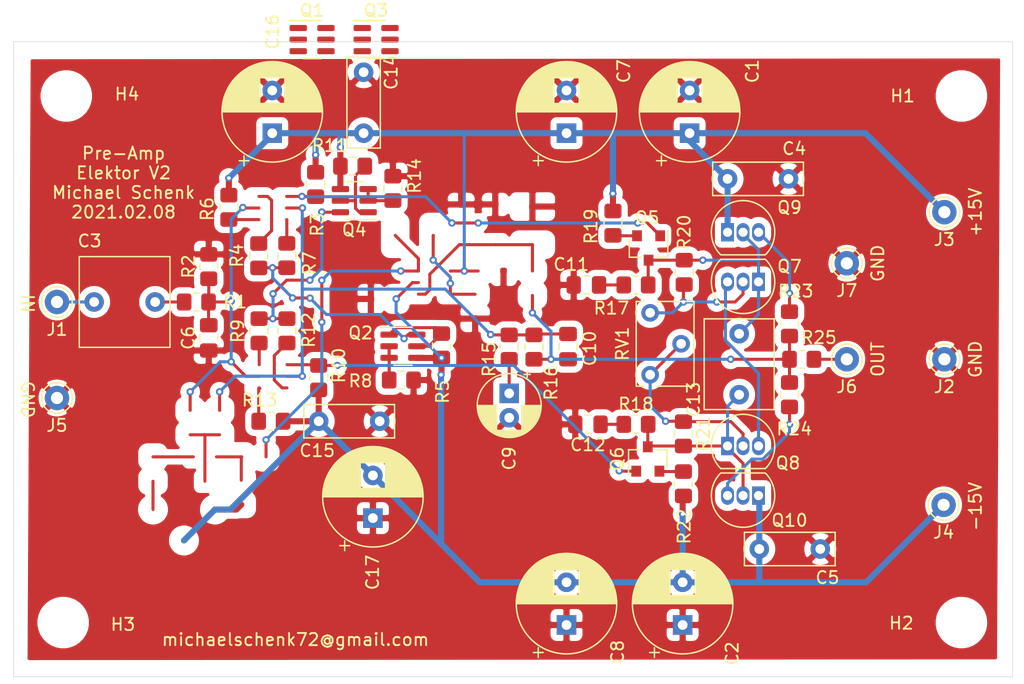
<source format=kicad_pcb>
(kicad_pcb (version 20171130) (host pcbnew 5.1.9-73d0e3b20d~88~ubuntu16.04.1)
  (layers (0 F.Cu signal) (31 B.Cu signal) (34 B.Paste user) (35 F.Paste user) (36 B.SilkS user) (37 F.SilkS user) (38 B.Mask user) (39 F.Mask user) (44 Edge.Cuts user))
  (net 0 "")
  (net 1 GND)
  (net 2 +15V)
  (net 3 -15V)
  (net 4 "Net-(J6-Pad1)")
  (net 5 "Net-(Q7-Pad2)")
  (net 6 "Net-(C12-Pad1)")
  (net 7 "Net-(Q11-Pad1)")
  (net 8 "Net-(Q11-Pad6)")
  (net 9 "Net-(Q11-Pad2)")
  (net 10 "Net-(Q3-Pad6)")
  (net 11 "Net-(Q3-Pad1)")
  (net 12 "Net-(Q3-Pad2)")
  (net 13 "Net-(Q9-Pad2)")
  (net 14 "Net-(Q9-Pad1)")
  (net 15 "Net-(Q1-Pad4)")
  (net 16 "Net-(Q1-Pad3)")
  (net 17 "Net-(Q1-Pad1)")
  (net 18 "Net-(C9-Pad1)")
  (net 19 "Net-(Q1-Pad6)")
  (net 20 "Net-(Q5-Pad2)")
  (net 21 "Net-(C10-Pad2)")
  (net 22 "Net-(C10-Pad1)")
  (net 23 "Net-(C20-Pad2)")
  (net 24 "Net-(Q9-Pad3)")
  (net 25 "Net-(R19-Pad2)")
  (net 26 "Net-(C3-Pad2)")
  (net 27 "Net-(C3-Pad1)")
  (net 28 "Net-(C6-Pad2)")
  (net 29 "Net-(C11-Pad2)")
  (net 30 "Net-(C13-Pad2)")
  (net 31 "Net-(C13-Pad1)")
  (net 32 "Net-(Q1-Pad5)")
  (net 33 "Net-(Q2-Pad6)")
  (net 34 "Net-(Q2-Pad1)")
  (net 35 "Net-(Q3-Pad5)")
  (net 36 "Net-(Q3-Pad4)")
  (net 37 "Net-(Q3-Pad3)")
  (net 38 "Net-(Q4-Pad6)")
  (net 39 "Net-(Q4-Pad1)")
  (net 40 "Net-(Q6-Pad2)")
  (net 41 "Net-(Q7-Pad3)")
  (net 42 "Net-(Q8-Pad2)")
  (net 43 "Net-(Q10-Pad3)")
  (module Package_SO:SC-74-6_1.5x2.9mm_P0.95mm (layer F.Cu) (at 151.647001 95.705001)
    (fp_text reference Q3 (at 0 -2.4) (layer F.SilkS))
    (fp_text value BCM857DS,115)
    (pad 6 smd roundrect (at 1.1375 -0.95) (size 1.425 0.5) (layers F.Cu F.Paste F.Mask) (net 10 "Net-(Q3-Pad6)"))
    (pad 5 smd roundrect (at 1.1375 0) (size 1.425 0.5) (layers F.Cu F.Paste F.Mask) (net 35 "Net-(Q3-Pad5)"))
    (pad 4 smd roundrect (at 1.1375 0.95) (size 1.425 0.5) (layers F.Cu F.Paste F.Mask) (net 36 "Net-(Q3-Pad4)"))
    (pad 3 smd roundrect (at -1.1375 0.95) (size 1.425 0.5) (layers F.Cu F.Paste F.Mask) (net 37 "Net-(Q3-Pad3)"))
    (pad 2 smd roundrect (at -1.1375 0) (size 1.425 0.5) (layers F.Cu F.Paste F.Mask) (net 28 "Net-(C6-Pad2)"))
    (pad 1 smd roundrect (at -1.1375 -0.95) (size 1.425 0.5) (layers F.Cu F.Paste F.Mask) (net 11 "Net-(Q3-Pad1)"))
  )
  (module Package_SO:SC-74-6_1.5x2.9mm_P0.95mm (layer F.Cu) (at 146.397001 95.705001)
    (fp_text reference Q1 (at 0 -2.4) (layer F.SilkS))
    (fp_text value BCM847DS,115)
    (pad 6 smd roundrect (at 1.1375 -0.95) (size 1.425 0.5) (layers F.Cu F.Paste F.Mask) (net 19 "Net-(Q1-Pad6)"))
    (pad 5 smd roundrect (at 1.1375 0) (size 1.425 0.5) (layers F.Cu F.Paste F.Mask) (net 32 "Net-(Q1-Pad5)"))
    (pad 4 smd roundrect (at 1.1375 0.95) (size 1.425 0.5) (layers F.Cu F.Paste F.Mask) (net 15 "Net-(Q1-Pad4)"))
    (pad 3 smd roundrect (at -1.1375 0.95) (size 1.425 0.5) (layers F.Cu F.Paste F.Mask) (net 16 "Net-(Q1-Pad3)"))
    (pad 2 smd roundrect (at -1.1375 0) (size 1.425 0.5) (layers F.Cu F.Paste F.Mask) (net 28 "Net-(C6-Pad2)"))
    (pad 1 smd roundrect (at -1.1375 -0.95) (size 1.425 0.5) (layers F.Cu F.Paste F.Mask) (net 17 "Net-(Q1-Pad1)"))
  )
  (module Resistor_SMD:R_0805_2012Metric_Pad1.20x1.40mm_HandSolder (layer F.Cu) (at 137.922 114.316 90)
    (fp_text reference R2 (at 0 -1.65 90) (layer F.SilkS))
    (fp_text value 10k)
    (pad 2 smd roundrect (at 1 0 90) (size 1.2 1.4) (layers F.Cu F.Paste F.Mask) (roundrect_rratio 0.2083325) (net 1 GND))
    (pad 1 smd roundrect (at -1 0 90) (size 1.2 1.4) (layers F.Cu F.Paste F.Mask) (roundrect_rratio 0.2083325) (net 28 "Net-(C6-Pad2)"))
  )
  (module Resistor_SMD:R_0805_2012Metric_Pad1.20x1.40mm_HandSolder (layer F.Cu) (at 136.906 117.221 180)
    (fp_text reference R1 (at -3.175 0) (layer F.SilkS))
    (fp_text value 470R)
    (pad 2 smd roundrect (at 1 0 180) (size 1.2 1.4) (layers F.Cu F.Paste F.Mask) (roundrect_rratio 0.208333) (net 27 "Net-(C3-Pad1)"))
    (pad 1 smd roundrect (at -1 0 180) (size 1.2 1.4) (layers F.Cu F.Paste F.Mask) (roundrect_rratio 0.208333) (net 28 "Net-(C6-Pad2)"))
  )
  (module Capacitor_SMD:C_0805_2012Metric_Pad1.18x1.45mm_HandSolder (layer F.Cu) (at 137.922 120.1635 90)
    (fp_text reference C6 (at 0 -1.68 90) (layer F.SilkS))
    (fp_text value 33p)
    (pad 2 smd roundrect (at 1.0375 0 90) (size 1.175 1.45) (layers F.Cu F.Paste F.Mask) (roundrect_rratio 0.212766) (net 28 "Net-(C6-Pad2)"))
    (pad 1 smd roundrect (at -1.0375 0 90) (size 1.175 1.45) (layers F.Cu F.Paste F.Mask) (roundrect_rratio 0.212766) (net 1 GND))
  )
  (module Resistor_SMD:R_0805_2012Metric_Pad1.20x1.40mm_HandSolder (layer F.Cu) (at 146.939 123.428 270)
    (fp_text reference R10 (at -1 -1.651 90) (layer F.SilkS))
    (fp_text value 806R)
    (pad 2 smd roundrect (at 1 0 270) (size 1.2 1.4) (layers F.Cu F.Paste F.Mask) (roundrect_rratio 0.2083325) (net 3 -15V))
    (pad 1 smd roundrect (at -1 0 270) (size 1.2 1.4) (layers F.Cu F.Paste F.Mask) (roundrect_rratio 0.2083325) (net 10 "Net-(Q3-Pad6)"))
  )
  (module Resistor_SMD:R_0805_2012Metric_Pad1.20x1.40mm_HandSolder (layer F.Cu) (at 162.56 120.92 270)
    (fp_text reference R15 (at 1 1.651 90) (layer F.SilkS))
    (fp_text value 10k)
    (pad 2 smd roundrect (at 1 0 270) (size 1.2 1.4) (layers F.Cu F.Paste F.Mask) (roundrect_rratio 0.2083325) (net 18 "Net-(C9-Pad1)"))
    (pad 1 smd roundrect (at -1 0 270) (size 1.2 1.4) (layers F.Cu F.Paste F.Mask) (roundrect_rratio 0.2083325) (net 21 "Net-(C10-Pad2)"))
  )
  (module Potentiometer_THT:Potentiometer_Bourns_3266W_Vertical (layer F.Cu) (at 174.117 118.11 90)
    (fp_text reference RV1 (at -2.54 -2.27 90) (layer F.SilkS))
    (fp_text value 10k)
    (pad 3 thru_hole circle (at -5.08 0 90) (size 1.44 1.44) (drill 0.8) (layers *.Cu *.Mask) (net 42 "Net-(Q8-Pad2)"))
    (pad 2 thru_hole circle (at -2.54 2.54 90) (size 1.44 1.44) (drill 0.8) (layers *.Cu *.Mask) (net 42 "Net-(Q8-Pad2)"))
    (pad 1 thru_hole circle (at 0 0 90) (size 1.44 1.44) (drill 0.8) (layers *.Cu *.Mask) (net 5 "Net-(Q7-Pad2)"))
  )
  (module Capacitor_SMD:C_0805_2012Metric_Pad1.18x1.45mm_HandSolder (layer F.Cu) (at 169.0155 127.254 180)
    (fp_text reference C12 (at 0 -1.68) (layer F.SilkS))
    (fp_text value 150p)
    (pad 2 smd roundrect (at 1.0375 0 180) (size 1.175 1.45) (layers F.Cu F.Paste F.Mask) (roundrect_rratio 0.212766) (net 1 GND))
    (pad 1 smd roundrect (at -1.0375 0 180) (size 1.175 1.45) (layers F.Cu F.Paste F.Mask) (roundrect_rratio 0.212766) (net 6 "Net-(C12-Pad1)"))
  )
  (module Capacitor_SMD:C_0805_2012Metric_Pad1.18x1.45mm_HandSolder (layer F.Cu) (at 168.8885 115.824)
    (fp_text reference C11 (at -1.2485 -1.68) (layer F.SilkS))
    (fp_text value 150p)
    (pad 2 smd roundrect (at 1.0375 0) (size 1.175 1.45) (layers F.Cu F.Paste F.Mask) (roundrect_rratio 0.212766) (net 29 "Net-(C11-Pad2)"))
    (pad 1 smd roundrect (at -1.0375 0) (size 1.175 1.45) (layers F.Cu F.Paste F.Mask) (roundrect_rratio 0.212766) (net 1 GND))
  )
  (module Capacitor_THT:C_Rect_L7.2mm_W2.5mm_P5.00mm_FKS2_FKP2_MKS2_MKP2 (layer F.Cu) (at 185.467 107.1245 180)
    (fp_text reference C4 (at -0.461 2.4765) (layer F.SilkS))
    (fp_text value 100nF)
    (pad 2 thru_hole circle (at 5 0 180) (size 1.6 1.6) (drill 0.8) (layers *.Cu *.Mask) (net 2 +15V))
    (pad 1 thru_hole circle (at 0 0 180) (size 1.6 1.6) (drill 0.8) (layers *.Cu *.Mask) (net 1 GND))
  )
  (module Capacitor_THT:C_Rect_L7.2mm_W5.5mm_P5.00mm_FKS2_FKP2_MKS2_MKP2 (layer F.Cu) (at 181.4195 124.8245 90)
    (fp_text reference C13 (at -0.3975 -3.7465 90) (layer F.SilkS))
    (fp_text value 1uF)
    (pad 2 thru_hole circle (at 5 0 90) (size 1.6 1.6) (drill 0.8) (layers *.Cu *.Mask) (net 30 "Net-(C13-Pad2)"))
    (pad 1 thru_hole circle (at 0 0 90) (size 1.6 1.6) (drill 0.8) (layers *.Cu *.Mask) (net 31 "Net-(C13-Pad1)"))
  )
  (module Resistor_SMD:R_0805_2012Metric_Pad1.20x1.40mm_HandSolder (layer F.Cu) (at 185.547 124.825 270)
    (fp_text reference R24 (at 2.81 -0.381 180) (layer F.SilkS))
    (fp_text value 10R)
    (pad 2 smd roundrect (at 1 0 270) (size 1.2 1.4) (layers F.Cu F.Paste F.Mask) (roundrect_rratio 0.208333) (net 43 "Net-(Q10-Pad3)"))
    (pad 1 smd roundrect (at -1 0 270) (size 1.2 1.4) (layers F.Cu F.Paste F.Mask) (roundrect_rratio 0.208333) (net 22 "Net-(C10-Pad1)"))
  )
  (module Resistor_SMD:R_0805_2012Metric_Pad1.20x1.40mm_HandSolder (layer F.Cu) (at 185.547 119.015 270)
    (fp_text reference R23 (at -2.683 -0.508 180) (layer F.SilkS))
    (fp_text value 10R)
    (pad 2 smd roundrect (at 1 0 270) (size 1.2 1.4) (layers F.Cu F.Paste F.Mask) (roundrect_rratio 0.208333) (net 22 "Net-(C10-Pad1)"))
    (pad 1 smd roundrect (at -1 0 270) (size 1.2 1.4) (layers F.Cu F.Paste F.Mask) (roundrect_rratio 0.208333) (net 24 "Net-(Q9-Pad3)"))
  )
  (module Resistor_SMD:R_0805_2012Metric_Pad1.20x1.40mm_HandSolder (layer F.Cu) (at 176.8475 128.032 270)
    (fp_text reference R21 (at 0 -1.65 90) (layer F.SilkS))
    (fp_text value 390R)
    (pad 2 smd roundrect (at 1 0 270) (size 1.2 1.4) (layers F.Cu F.Paste F.Mask) (roundrect_rratio 0.208333) (net 31 "Net-(C13-Pad1)"))
    (pad 1 smd roundrect (at -1 0 270) (size 1.2 1.4) (layers F.Cu F.Paste F.Mask) (roundrect_rratio 0.208333) (net 42 "Net-(Q8-Pad2)"))
  )
  (module Resistor_SMD:R_0805_2012Metric_Pad1.20x1.40mm_HandSolder (layer F.Cu) (at 176.911 114.792 270)
    (fp_text reference R20 (at -3.286 0 90) (layer F.SilkS))
    (fp_text value 390R)
    (pad 2 smd roundrect (at 1 0 270) (size 1.2 1.4) (layers F.Cu F.Paste F.Mask) (roundrect_rratio 0.208333) (net 5 "Net-(Q7-Pad2)"))
    (pad 1 smd roundrect (at -1 0 270) (size 1.2 1.4) (layers F.Cu F.Paste F.Mask) (roundrect_rratio 0.208333) (net 30 "Net-(C13-Pad2)"))
  )
  (module Resistor_SMD:R_0805_2012Metric_Pad1.20x1.40mm_HandSolder (layer F.Cu) (at 172.958 127.254)
    (fp_text reference R18 (at 0 -1.65) (layer F.SilkS))
    (fp_text value 10k)
    (pad 2 smd roundrect (at 1 0) (size 1.2 1.4) (layers F.Cu F.Paste F.Mask) (roundrect_rratio 0.208333) (net 31 "Net-(C13-Pad1)"))
    (pad 1 smd roundrect (at -1 0) (size 1.2 1.4) (layers F.Cu F.Paste F.Mask) (roundrect_rratio 0.208333) (net 6 "Net-(C12-Pad1)"))
  )
  (module Resistor_SMD:R_0805_2012Metric_Pad1.20x1.40mm_HandSolder (layer F.Cu) (at 172.958 115.824 180)
    (fp_text reference R17 (at 2.016 -1.905) (layer F.SilkS))
    (fp_text value 10k)
    (pad 2 smd roundrect (at 1 0 180) (size 1.2 1.4) (layers F.Cu F.Paste F.Mask) (roundrect_rratio 0.208333) (net 29 "Net-(C11-Pad2)"))
    (pad 1 smd roundrect (at -1 0 180) (size 1.2 1.4) (layers F.Cu F.Paste F.Mask) (roundrect_rratio 0.208333) (net 30 "Net-(C13-Pad2)"))
  )
  (module Package_TO_SOT_THT:TO-92_Inline (layer F.Cu) (at 183.007 133.096 180)
    (fp_text reference Q10 (at -2.54 -2.032) (layer F.SilkS))
    (fp_text value BC327-40)
    (pad 1 thru_hole rect (at 0 0 180) (size 1.05 1.5) (drill 0.75) (layers *.Cu *.Mask) (net 3 -15V))
    (pad 3 thru_hole oval (at 2.54 0 180) (size 1.05 1.5) (drill 0.75) (layers *.Cu *.Mask) (net 43 "Net-(Q10-Pad3)"))
    (pad 2 thru_hole oval (at 1.27 0 180) (size 1.05 1.5) (drill 0.75) (layers *.Cu *.Mask) (net 31 "Net-(C13-Pad1)"))
  )
  (module Package_TO_SOT_THT:TO-92_Inline (layer F.Cu) (at 180.467 111.506)
    (fp_text reference Q9 (at 5.08 -2.032) (layer F.SilkS))
    (fp_text value BC337-40)
    (pad 1 thru_hole rect (at 0 0) (size 1.05 1.5) (drill 0.75) (layers *.Cu *.Mask) (net 2 +15V))
    (pad 3 thru_hole oval (at 2.54 0) (size 1.05 1.5) (drill 0.75) (layers *.Cu *.Mask) (net 24 "Net-(Q9-Pad3)"))
    (pad 2 thru_hole oval (at 1.27 0) (size 1.05 1.5) (drill 0.75) (layers *.Cu *.Mask) (net 30 "Net-(C13-Pad2)"))
  )
  (module Package_TO_SOT_THT:TO-92_Inline (layer F.Cu) (at 180.467 129.032)
    (fp_text reference Q8 (at 4.953 1.397) (layer F.SilkS))
    (fp_text value BC560C)
    (pad 1 thru_hole rect (at 0 0) (size 1.05 1.5) (drill 0.75) (layers *.Cu *.Mask) (net 31 "Net-(C13-Pad1)"))
    (pad 3 thru_hole oval (at 2.54 0) (size 1.05 1.5) (drill 0.75) (layers *.Cu *.Mask) (net 41 "Net-(Q7-Pad3)"))
    (pad 2 thru_hole oval (at 1.27 0) (size 1.05 1.5) (drill 0.75) (layers *.Cu *.Mask) (net 42 "Net-(Q8-Pad2)"))
  )
  (module Package_TO_SOT_THT:TO-92_Inline (layer F.Cu) (at 183.007 115.57 180)
    (fp_text reference Q7 (at -2.54 1.27) (layer F.SilkS))
    (fp_text value BC550C)
    (pad 1 thru_hole rect (at 0 0 180) (size 1.05 1.5) (drill 0.75) (layers *.Cu *.Mask) (net 30 "Net-(C13-Pad2)"))
    (pad 3 thru_hole oval (at 2.54 0 180) (size 1.05 1.5) (drill 0.75) (layers *.Cu *.Mask) (net 41 "Net-(Q7-Pad3)"))
    (pad 2 thru_hole oval (at 1.27 0 180) (size 1.05 1.5) (drill 0.75) (layers *.Cu *.Mask) (net 5 "Net-(Q7-Pad2)"))
  )
  (module Package_TO_SOT_SMD:SOT-23 (layer F.Cu) (at 173.9265 130.0955 90)
    (fp_text reference Q6 (at 0 -2.5 90) (layer F.SilkS))
    (fp_text value BC850C)
    (pad 3 smd rect (at 1 0 90) (size 0.9 0.8) (layers F.Cu F.Paste F.Mask) (net 31 "Net-(C13-Pad1)"))
    (pad 2 smd rect (at -1 0.95 90) (size 0.9 0.8) (layers F.Cu F.Paste F.Mask) (net 40 "Net-(Q6-Pad2)"))
    (pad 1 smd rect (at -1 -0.95 90) (size 0.9 0.8) (layers F.Cu F.Paste F.Mask) (net 10 "Net-(Q3-Pad6)"))
  )
  (module Package_SO:SC-74-6_1.5x2.9mm_P0.95mm (layer F.Cu) (at 149.8545 108.9127 180)
    (fp_text reference Q4 (at 0 -2.4) (layer F.SilkS))
    (fp_text value BCM857DS,115)
    (pad 6 smd roundrect (at 1.1375 -0.95 180) (size 1.425 0.5) (layers F.Cu F.Paste F.Mask) (net 38 "Net-(Q4-Pad6)"))
    (pad 5 smd roundrect (at 1.1375 0 180) (size 1.425 0.5) (layers F.Cu F.Paste F.Mask) (net 36 "Net-(Q3-Pad4)"))
    (pad 4 smd roundrect (at 1.1375 0.95 180) (size 1.425 0.5) (layers F.Cu F.Paste F.Mask) (net 2 +15V))
    (pad 3 smd roundrect (at -1.1375 0.95 180) (size 1.425 0.5) (layers F.Cu F.Paste F.Mask) (net 35 "Net-(Q3-Pad5)"))
    (pad 2 smd roundrect (at -1.1375 0 180) (size 1.425 0.5) (layers F.Cu F.Paste F.Mask) (net 21 "Net-(C10-Pad2)"))
    (pad 1 smd roundrect (at -1.1375 -0.95 180) (size 1.425 0.5) (layers F.Cu F.Paste F.Mask) (net 39 "Net-(Q4-Pad1)"))
  )
  (module Package_SO:SC-74-6_1.5x2.9mm_P0.95mm (layer F.Cu) (at 153.8503 120.8507)
    (fp_text reference Q2 (at -3.4823 -1.0897) (layer F.SilkS))
    (fp_text value BCM847DS,115)
    (pad 6 smd roundrect (at 1.1375 -0.95) (size 1.425 0.5) (layers F.Cu F.Paste F.Mask) (net 33 "Net-(Q2-Pad6)"))
    (pad 5 smd roundrect (at 1.1375 0) (size 1.425 0.5) (layers F.Cu F.Paste F.Mask) (net 15 "Net-(Q1-Pad4)"))
    (pad 4 smd roundrect (at 1.1375 0.95) (size 1.425 0.5) (layers F.Cu F.Paste F.Mask) (net 3 -15V))
    (pad 3 smd roundrect (at -1.1375 0.95) (size 1.425 0.5) (layers F.Cu F.Paste F.Mask) (net 32 "Net-(Q1-Pad5)"))
    (pad 2 smd roundrect (at -1.1375 0) (size 1.425 0.5) (layers F.Cu F.Paste F.Mask) (net 21 "Net-(C10-Pad2)"))
    (pad 1 smd roundrect (at -1.1375 -0.95) (size 1.425 0.5) (layers F.Cu F.Paste F.Mask) (net 34 "Net-(Q2-Pad1)"))
  )
  (module Capacitor_THT:CP_Radial_D8.0mm_P3.50mm (layer F.Cu) (at 177.3555 103.378 90)
    (fp_text reference C1 (at 5.08 5.1435 90) (layer F.SilkS))
    (fp_text value 220uF)
    (pad 2 thru_hole circle (at 3.5 0 90) (size 1.6 1.6) (drill 0.8) (layers *.Cu *.Mask) (net 1 GND))
    (pad 1 thru_hole rect (at 0 0 90) (size 1.6 1.6) (drill 0.8) (layers *.Cu *.Mask) (net 2 +15V))
  )
  (module Capacitor_THT:CP_Radial_D8.0mm_P3.50mm (layer F.Cu) (at 167.259 143.708 90)
    (fp_text reference C8 (at -2.215 4.191 90) (layer F.SilkS))
    (fp_text value 220uF)
    (pad 2 thru_hole circle (at 3.5 0 90) (size 1.6 1.6) (drill 0.8) (layers *.Cu *.Mask) (net 3 -15V))
    (pad 1 thru_hole rect (at 0 0 90) (size 1.6 1.6) (drill 0.8) (layers *.Cu *.Mask) (net 1 GND))
  )
  (module Capacitor_THT:CP_Radial_D8.0mm_P3.50mm (layer F.Cu) (at 167.259 103.378 90)
    (fp_text reference C7 (at 5.08 4.699 90) (layer F.SilkS))
    (fp_text value 220uF)
    (pad 2 thru_hole circle (at 3.5 0 90) (size 1.6 1.6) (drill 0.8) (layers *.Cu *.Mask) (net 1 GND))
    (pad 1 thru_hole rect (at 0 0 90) (size 1.6 1.6) (drill 0.8) (layers *.Cu *.Mask) (net 2 +15V))
  )
  (module Capacitor_THT:CP_Radial_D5.0mm_P2.00mm (layer F.Cu) (at 162.56 124.714 270)
    (fp_text reference C9 (at 5.334 0 90) (layer F.SilkS))
    (fp_text value 100uF)
    (pad 2 thru_hole circle (at 2 0 270) (size 1.6 1.6) (drill 0.8) (layers *.Cu *.Mask) (net 1 GND))
    (pad 1 thru_hole rect (at 0 0 270) (size 1.6 1.6) (drill 0.8) (layers *.Cu *.Mask) (net 18 "Net-(C9-Pad1)"))
  )
  (module Resistor_SMD:R_0805_2012Metric_Pad1.20x1.40mm_HandSolder (layer F.Cu) (at 186.547 121.92 180)
    (fp_text reference R25 (at -1.413 1.778) (layer F.SilkS))
    (fp_text value 47R)
    (pad 2 smd roundrect (at 1 0 180) (size 1.2 1.4) (layers F.Cu F.Paste F.Mask) (roundrect_rratio 0.2083325) (net 22 "Net-(C10-Pad1)"))
    (pad 1 smd roundrect (at -1 0 180) (size 1.2 1.4) (layers F.Cu F.Paste F.Mask) (roundrect_rratio 0.2083325) (net 4 "Net-(J6-Pad1)"))
  )
  (module Resistor_SMD:R_0805_2012Metric_Pad1.20x1.40mm_HandSolder (layer F.Cu) (at 176.8475 132.1275 270)
    (fp_text reference R22 (at 3.5085 -0.0635 90) (layer F.SilkS))
    (fp_text value 249R)
    (pad 2 smd roundrect (at 1 0 270) (size 1.2 1.4) (layers F.Cu F.Paste F.Mask) (roundrect_rratio 0.2083325) (net 3 -15V))
    (pad 1 smd roundrect (at -1 0 270) (size 1.2 1.4) (layers F.Cu F.Paste F.Mask) (roundrect_rratio 0.2083325) (net 40 "Net-(Q6-Pad2)"))
  )
  (module Resistor_SMD:R_0805_2012Metric_Pad1.20x1.40mm_HandSolder (layer F.Cu) (at 153.7175 123.6218 180)
    (fp_text reference R8 (at 3.3495 -0.0762) (layer F.SilkS))
    (fp_text value 10k)
    (pad 2 smd roundrect (at 1 0 180) (size 1.2 1.4) (layers F.Cu F.Paste F.Mask) (roundrect_rratio 0.2083325) (net 32 "Net-(Q1-Pad5)"))
    (pad 1 smd roundrect (at -1 0 180) (size 1.2 1.4) (layers F.Cu F.Paste F.Mask) (roundrect_rratio 0.2083325) (net 1 GND))
  )
  (module Resistor_SMD:R_0805_2012Metric_Pad1.20x1.40mm_HandSolder (layer F.Cu) (at 144.3228 113.4143 270)
    (fp_text reference R7 (at 0.6317 -1.8542 90) (layer F.SilkS))
    (fp_text value 80.6R)
    (pad 2 smd roundrect (at 1 0 270) (size 1.2 1.4) (layers F.Cu F.Paste F.Mask) (roundrect_rratio 0.2083325) (net 16 "Net-(Q1-Pad3)"))
    (pad 1 smd roundrect (at -1 0 270) (size 1.2 1.4) (layers F.Cu F.Paste F.Mask) (roundrect_rratio 0.2083325) (net 34 "Net-(Q2-Pad1)"))
  )
  (module Resistor_SMD:R_0805_2012Metric_Pad1.20x1.40mm_HandSolder (layer F.Cu) (at 139.573 109.458 270)
    (fp_text reference R6 (at 0.143 1.778 90) (layer F.SilkS))
    (fp_text value 806R)
    (pad 2 smd roundrect (at 1 0 270) (size 1.2 1.4) (layers F.Cu F.Paste F.Mask) (roundrect_rratio 0.2083325) (net 33 "Net-(Q2-Pad6)"))
    (pad 1 smd roundrect (at -1 0 270) (size 1.2 1.4) (layers F.Cu F.Paste F.Mask) (roundrect_rratio 0.2083325) (net 2 +15V))
  )
  (module Resistor_SMD:R_0805_2012Metric_Pad1.20x1.40mm_HandSolder (layer F.Cu) (at 157.0101 120.8118 270)
    (fp_text reference R5 (at 3.7752 -0.0889 90) (layer F.SilkS))
    (fp_text value 140R)
    (pad 2 smd roundrect (at 1 0 270) (size 1.2 1.4) (layers F.Cu F.Paste F.Mask) (roundrect_rratio 0.2083325) (net 3 -15V))
    (pad 1 smd roundrect (at -1 0 270) (size 1.2 1.4) (layers F.Cu F.Paste F.Mask) (roundrect_rratio 0.2083325) (net 15 "Net-(Q1-Pad4)"))
  )
  (module Resistor_SMD:R_0805_2012Metric_Pad1.20x1.40mm_HandSolder (layer F.Cu) (at 142.0241 113.427 270)
    (fp_text reference R4 (at -0.0094 1.8034 90) (layer F.SilkS))
    (fp_text value 80.6R)
    (pad 2 smd roundrect (at 1 0 270) (size 1.2 1.4) (layers F.Cu F.Paste F.Mask) (roundrect_rratio 0.2083325) (net 16 "Net-(Q1-Pad3)"))
    (pad 1 smd roundrect (at -1 0 270) (size 1.2 1.4) (layers F.Cu F.Paste F.Mask) (roundrect_rratio 0.2083325) (net 17 "Net-(Q1-Pad1)"))
  )
  (module Resistor_SMD:R_0805_2012Metric_Pad1.20x1.40mm_HandSolder (layer F.Cu) (at 146.685 107.585 270)
    (fp_text reference R3 (at 3.286 -0.127 90) (layer F.SilkS))
    (fp_text value 806R)
    (pad 2 smd roundrect (at 1 0 270) (size 1.2 1.4) (layers F.Cu F.Paste F.Mask) (roundrect_rratio 0.2083325) (net 19 "Net-(Q1-Pad6)"))
    (pad 1 smd roundrect (at -1 0 270) (size 1.2 1.4) (layers F.Cu F.Paste F.Mask) (roundrect_rratio 0.2083325) (net 2 +15V))
  )
  (module Capacitor_THT:CP_Radial_D8.0mm_P3.50mm (layer F.Cu) (at 151.384 134.945 90)
    (fp_text reference C17 (at -4.4502 -0.0254 90) (layer F.SilkS))
    (fp_text value 220uF)
    (pad 2 thru_hole circle (at 3.5 0 90) (size 1.6 1.6) (drill 0.8) (layers *.Cu *.Mask) (net 3 -15V))
    (pad 1 thru_hole rect (at 0 0 90) (size 1.6 1.6) (drill 0.8) (layers *.Cu *.Mask) (net 1 GND))
  )
  (module Capacitor_THT:CP_Radial_D8.0mm_P3.50mm (layer F.Cu) (at 143.129 103.378 90)
    (fp_text reference C16 (at 8.3058 0.0381 90) (layer F.SilkS))
    (fp_text value 220uF)
    (pad 2 thru_hole circle (at 3.5 0 90) (size 1.6 1.6) (drill 0.8) (layers *.Cu *.Mask) (net 1 GND))
    (pad 1 thru_hole rect (at 0 0 90) (size 1.6 1.6) (drill 0.8) (layers *.Cu *.Mask) (net 2 +15V))
  )
  (module Capacitor_THT:CP_Radial_D8.0mm_P3.50mm (layer F.Cu) (at 176.784 143.708 90)
    (fp_text reference C2 (at -2.342 4.064 90) (layer F.SilkS))
    (fp_text value 220uF)
    (pad 2 thru_hole circle (at 3.5 0 90) (size 1.6 1.6) (drill 0.8) (layers *.Cu *.Mask) (net 3 -15V))
    (pad 1 thru_hole rect (at 0 0 90) (size 1.6 1.6) (drill 0.8) (layers *.Cu *.Mask) (net 1 GND))
  )
  (module Capacitor_THT:C_Rect_L7.2mm_W2.5mm_P5.00mm_FKS2_FKP2_MKS2_MKP2 (layer F.Cu) (at 146.939 127)
    (fp_text reference C15 (at -0.127 2.413) (layer F.SilkS))
    (fp_text value 100nF)
    (pad 2 thru_hole circle (at 5 0) (size 1.6 1.6) (drill 0.8) (layers *.Cu *.Mask) (net 1 GND))
    (pad 1 thru_hole circle (at 0 0) (size 1.6 1.6) (drill 0.8) (layers *.Cu *.Mask) (net 3 -15V))
  )
  (module Capacitor_THT:C_Rect_L7.2mm_W2.5mm_P5.00mm_FKS2_FKP2_MKS2_MKP2 (layer F.Cu) (at 150.622 98.378 270)
    (fp_text reference C14 (at -0.0038 -2.2606 90) (layer F.SilkS))
    (fp_text value 100nF)
    (pad 2 thru_hole circle (at 5 0 270) (size 1.6 1.6) (drill 0.8) (layers *.Cu *.Mask) (net 2 +15V))
    (pad 1 thru_hole circle (at 0 0 270) (size 1.6 1.6) (drill 0.8) (layers *.Cu *.Mask) (net 1 GND))
  )
  (module Capacitor_THT:C_Rect_L7.2mm_W2.5mm_P5.00mm_FKS2_FKP2_MKS2_MKP2 (layer F.Cu) (at 183.0705 137.4775)
    (fp_text reference C5 (at 5.588 2.3495) (layer F.SilkS))
    (fp_text value 100nF)
    (pad 2 thru_hole circle (at 5 0) (size 1.6 1.6) (drill 0.8) (layers *.Cu *.Mask) (net 1 GND))
    (pad 1 thru_hole circle (at 0 0) (size 1.6 1.6) (drill 0.8) (layers *.Cu *.Mask) (net 3 -15V))
  )
  (module Connector_Pin:Pin_D1.0mm_L10.0mm (layer F.Cu) (at 190.246 114.046)
    (fp_text reference J7 (at 0 2.25) (layer F.SilkS))
    (fp_text value Conn_01x01)
    (pad 1 thru_hole circle (at 0 0) (size 2 2) (drill 1) (layers *.Cu *.Mask) (net 1 GND))
  )
  (module Connector_Pin:Pin_D1.0mm_L10.0mm (layer F.Cu) (at 190.246 121.92)
    (fp_text reference J6 (at 0 2.25) (layer F.SilkS))
    (fp_text value Conn_01x01)
    (pad 1 thru_hole circle (at 0 0) (size 2 2) (drill 1) (layers *.Cu *.Mask) (net 4 "Net-(J6-Pad1)"))
  )
  (module Connector_Pin:Pin_D1.0mm_L10.0mm (layer F.Cu) (at 198.247 121.92)
    (fp_text reference J2 (at 0 2.25) (layer F.SilkS))
    (fp_text value Conn_01x01)
    (pad 1 thru_hole circle (at 0 0) (size 2 2) (drill 1) (layers *.Cu *.Mask) (net 1 GND))
  )
  (module Connector_Pin:Pin_D1.0mm_L10.0mm (layer F.Cu) (at 125.476 117.221)
    (fp_text reference J1 (at 0 2.25) (layer F.SilkS))
    (fp_text value Conn_01x01)
    (pad 1 thru_hole circle (at 0 0) (size 2 2) (drill 1) (layers *.Cu *.Mask) (net 26 "Net-(C3-Pad2)"))
  )
  (module Connector_Pin:Pin_D1.0mm_L10.0mm (layer F.Cu) (at 198.1835 133.858)
    (fp_text reference J4 (at 0 2.25) (layer F.SilkS))
    (fp_text value Conn_01x01)
    (pad 1 thru_hole circle (at 0 0) (size 2 2) (drill 1) (layers *.Cu *.Mask) (net 3 -15V))
  )
  (module Connector_Pin:Pin_D1.0mm_L10.0mm (layer F.Cu) (at 125.476 125.095)
    (fp_text reference J5 (at 0 2.25) (layer F.SilkS))
    (fp_text value Conn_01x01)
    (pad 1 thru_hole circle (at 0 0) (size 2 2) (drill 1) (layers *.Cu *.Mask) (net 1 GND))
  )
  (module Connector_Pin:Pin_D1.0mm_L10.0mm (layer F.Cu) (at 198.247 109.855)
    (fp_text reference J3 (at 0 2.25) (layer F.SilkS))
    (fp_text value Conn_01x01)
    (pad 1 thru_hole circle (at 0 0) (size 2 2) (drill 1) (layers *.Cu *.Mask) (net 2 +15V))
  )
  (module Resistor_SMD:R_0805_2012Metric_Pad1.20x1.40mm_HandSolder (layer F.Cu) (at 149.717 106.0831)
    (fp_text reference R11 (at -1.889 -1.6891) (layer F.SilkS))
    (fp_text value 140R)
    (pad 2 smd roundrect (at 1 0) (size 1.2 1.4) (layers F.Cu F.Paste F.Mask) (roundrect_rratio 0.2083325) (net 36 "Net-(Q3-Pad4)"))
    (pad 1 smd roundrect (at -1 0) (size 1.2 1.4) (layers F.Cu F.Paste F.Mask) (roundrect_rratio 0.2083325) (net 2 +15V))
  )
  (module Capacitor_SMD:C_0805_2012Metric_Pad1.18x1.45mm_HandSolder (layer F.Cu) (at 167.386 120.8825 90)
    (fp_text reference C10 (at -0.1485 1.778 90) (layer F.SilkS))
    (fp_text value 6.8pF)
    (pad 2 smd roundrect (at 1.0375 0 90) (size 1.175 1.45) (layers F.Cu F.Paste F.Mask) (roundrect_rratio 0.2127659574468085) (net 21 "Net-(C10-Pad2)"))
    (pad 1 smd roundrect (at -1.0375 0 90) (size 1.175 1.45) (layers F.Cu F.Paste F.Mask) (roundrect_rratio 0.2127659574468085) (net 22 "Net-(C10-Pad1)"))
  )
  (module Resistor_SMD:R_0805_2012Metric_Pad1.20x1.40mm_HandSolder (layer F.Cu) (at 171.069 110.76 270)
    (fp_text reference R19 (at 0.2634 1.8034 90) (layer F.SilkS))
    (fp_text value 249R)
    (pad 2 smd roundrect (at 1 0 270) (size 1.2 1.4) (layers F.Cu F.Paste F.Mask) (roundrect_rratio 0.2083325) (net 20 "Net-(Q5-Pad2)"))
    (pad 1 smd roundrect (at -1 0 270) (size 1.2 1.4) (layers F.Cu F.Paste F.Mask) (roundrect_rratio 0.2083325) (net 2 +15V))
  )
  (module Resistor_SMD:R_0805_2012Metric_Pad1.20x1.40mm_HandSolder (layer F.Cu) (at 164.592 120.92 90)
    (fp_text reference R16 (at -2.9243 1.397 90) (layer F.SilkS))
    (fp_text value 10k)
    (pad 2 smd roundrect (at 1 0 90) (size 1.2 1.4) (layers F.Cu F.Paste F.Mask) (roundrect_rratio 0.2083325) (net 21 "Net-(C10-Pad2)"))
    (pad 1 smd roundrect (at -1 0 90) (size 1.2 1.4) (layers F.Cu F.Paste F.Mask) (roundrect_rratio 0.2083325) (net 22 "Net-(C10-Pad1)"))
  )
  (module Resistor_SMD:R_0805_2012Metric_Pad1.20x1.40mm_HandSolder (layer F.Cu) (at 153.0223 107.9025 90)
    (fp_text reference R14 (at 1.016 1.778 90) (layer F.SilkS))
    (fp_text value 10k)
    (pad 2 smd roundrect (at 1 0 90) (size 1.2 1.4) (layers F.Cu F.Paste F.Mask) (roundrect_rratio 0.2083325) (net 1 GND))
    (pad 1 smd roundrect (at -1 0 90) (size 1.2 1.4) (layers F.Cu F.Paste F.Mask) (roundrect_rratio 0.2083325) (net 35 "Net-(Q3-Pad5)"))
  )
  (module Resistor_SMD:R_0805_2012Metric_Pad1.20x1.40mm_HandSolder (layer F.Cu) (at 143.018 127)
    (fp_text reference R13 (at -0.9238 -1.7272) (layer F.SilkS))
    (fp_text value 806R)
    (pad 2 smd roundrect (at 1 0) (size 1.2 1.4) (layers F.Cu F.Paste F.Mask) (roundrect_rratio 0.2083325) (net 3 -15V))
    (pad 1 smd roundrect (at -1 0) (size 1.2 1.4) (layers F.Cu F.Paste F.Mask) (roundrect_rratio 0.2083325) (net 38 "Net-(Q4-Pad6)"))
  )
  (module Resistor_SMD:R_0805_2012Metric_Pad1.20x1.40mm_HandSolder (layer F.Cu) (at 144.3355 119.5865 270)
    (fp_text reference R12 (at -0.0602 -1.778 90) (layer F.SilkS))
    (fp_text value 80.6R)
    (pad 2 smd roundrect (at 1 0 270) (size 1.2 1.4) (layers F.Cu F.Paste F.Mask) (roundrect_rratio 0.2083325) (net 39 "Net-(Q4-Pad1)"))
    (pad 1 smd roundrect (at -1 0 270) (size 1.2 1.4) (layers F.Cu F.Paste F.Mask) (roundrect_rratio 0.2083325) (net 37 "Net-(Q3-Pad3)"))
  )
  (module Resistor_SMD:R_0805_2012Metric_Pad1.20x1.40mm_HandSolder (layer F.Cu) (at 142.0495 119.5865 270)
    (fp_text reference R9 (at 0.016 1.7526 90) (layer F.SilkS))
    (fp_text value 80.6R)
    (pad 2 smd roundrect (at 1 0 270) (size 1.2 1.4) (layers F.Cu F.Paste F.Mask) (roundrect_rratio 0.2083325) (net 11 "Net-(Q3-Pad1)"))
    (pad 1 smd roundrect (at -1 0 270) (size 1.2 1.4) (layers F.Cu F.Paste F.Mask) (roundrect_rratio 0.2083325) (net 37 "Net-(Q3-Pad3)"))
  )
  (module Package_TO_SOT_SMD:SOT-23 (layer F.Cu) (at 173.99 112.792 270)
    (fp_text reference Q5 (at -2.4732 0.1168) (layer F.SilkS))
    (fp_text value BC860C)
    (pad 3 smd rect (at 1 0 270) (size 0.9 0.8) (layers F.Cu F.Paste F.Mask) (net 30 "Net-(C13-Pad2)"))
    (pad 2 smd rect (at -1 0.95 270) (size 0.9 0.8) (layers F.Cu F.Paste F.Mask) (net 20 "Net-(Q5-Pad2)"))
    (pad 1 smd rect (at -1 -0.95 270) (size 0.9 0.8) (layers F.Cu F.Paste F.Mask) (net 19 "Net-(Q1-Pad6)"))
  )
  (module MountingHole:MountingHole_3.2mm_M3 (layer F.Cu) (at 126.238 100.33)
    (fp_text reference H4 (at 4.9784 -0.1524) (layer F.SilkS))
    (fp_text value MountingHole)
    (pad 1 np_thru_hole circle (at 0 0) (size 3.2 3.2) (drill 3.2) (layers *.Cu *.Mask))
  )
  (module MountingHole:MountingHole_3.2mm_M3 (layer F.Cu) (at 125.984 143.51)
    (fp_text reference H3 (at 4.9022 0.1524) (layer F.SilkS))
    (fp_text value MountingHole)
    (pad 1 np_thru_hole circle (at 0 0) (size 3.2 3.2) (drill 3.2) (layers *.Cu *.Mask))
  )
  (module MountingHole:MountingHole_3.2mm_M3 (layer F.Cu) (at 199.644 143.51)
    (fp_text reference H2 (at -4.9276 0.0508) (layer F.SilkS))
    (fp_text value MountingHole)
    (pad 1 np_thru_hole circle (at 0 0) (size 3.2 3.2) (drill 3.2) (layers *.Cu *.Mask))
  )
  (module MountingHole:MountingHole_3.2mm_M3 (layer F.Cu) (at 199.644 100.33)
    (fp_text reference H1 (at -4.826 0) (layer F.SilkS))
    (fp_text value MountingHole)
    (pad 1 np_thru_hole circle (at 0 0) (size 3.2 3.2) (drill 3.2) (layers *.Cu *.Mask))
  )
  (module Capacitor_THT:C_Rect_L7.2mm_W7.2mm_P5.00mm_FKS2_FKP2_MKS2_MKP2 (layer F.Cu) (at 133.524 117.221 180)
    (fp_text reference C3 (at 5.3721 5.0038) (layer F.SilkS))
    (fp_text value 3.3uF)
    (pad 2 thru_hole circle (at 5 0 180) (size 1.6 1.6) (drill 0.8) (layers *.Cu *.Mask) (net 26 "Net-(C3-Pad2)"))
    (pad 1 thru_hole circle (at 0 0 180) (size 1.6 1.6) (drill 0.8) (layers *.Cu *.Mask) (net 27 "Net-(C3-Pad1)"))
  )
  (gr_text -15V (at 200.787 133.985 90) (layer F.SilkS) (effects (font (size 1 1))))
  (gr_text michaelschenk72@gmail.com (at 145.034 144.907) (layer F.SilkS) (effects (font (size 1 1))))
  (gr_text "Pre-Amp\nElektor V2\nMichael Schenk\n2021.02.08" (at 130.937 107.442) (layer F.SilkS) (effects (font (size 1 1))))
  (gr_line (start 203.835 95.885) (end 121.92 95.885) (layer Edge.Cuts) (width 0.05))
  (gr_line (start 203.835 147.955) (end 203.835 95.885) (layer Edge.Cuts) (width 0.05))
  (gr_line (start 121.92 147.955) (end 203.835 147.955) (layer Edge.Cuts) (width 0.05))
  (gr_line (start 121.92 96.52) (end 121.92 147.955) (layer Edge.Cuts) (width 0.05))
  (gr_line (start 121.92 95.885) (end 121.92 96.52) (layer Edge.Cuts) (width 0.05))
  (gr_text GND (at 192.786 114.046 90) (layer F.SilkS) (effects (font (size 1 1))))
  (gr_text OUT (at 192.786 121.92 90) (layer F.SilkS) (effects (font (size 1 1))))
  (gr_text GND (at 123.063 125.222 270) (layer F.SilkS) (effects (font (size 1 1))))
  (gr_text IN (at 123.063 117.348 270) (layer F.SilkS) (effects (font (size 1 1))))
  (gr_text GND (at 200.787 121.92 90) (layer F.SilkS) (effects (font (size 1 1))))
  (gr_text +15V (at 200.787 109.855 90) (layer F.SilkS) (effects (font (size 1 1))))
  (segment (start 148.7297 106.0704) (end 148.717 106.0831) (width 0.5) (layer F.Cu) (net 2))
  (segment (start 148.717 106.0831) (end 148.717 107.9627) (width 0.5) (layer F.Cu) (net 2))
  (segment (start 191.77 103.378) (end 198.247 109.855) (width 0.5) (layer B.Cu) (net 2))
  (segment (start 177.3555 103.378) (end 191.77 103.378) (width 0.5) (layer B.Cu) (net 2))
  (segment (start 177.3555 104.013) (end 180.467 107.1245) (width 0.5) (layer B.Cu) (net 2))
  (segment (start 177.3555 103.378) (end 177.3555 104.013) (width 0.5) (layer B.Cu) (net 2))
  (segment (start 180.467 107.1245) (end 180.467 111.506) (width 0.5) (layer B.Cu) (net 2))
  (segment (start 167.259 103.378) (end 158.75 103.378) (width 0.5) (layer B.Cu) (net 2))
  (via (at 171.069 108.331) (size 0.6) (drill 0.3) (layers F.Cu B.Cu) (net 2))
  (segment (start 171.069 109.76) (end 171.069 108.331) (width 0.5) (layer F.Cu) (net 2))
  (segment (start 171.069 103.505) (end 170.942 103.378) (width 0.5) (layer B.Cu) (net 2))
  (segment (start 171.069 108.331) (end 171.069 103.505) (width 0.5) (layer B.Cu) (net 2))
  (segment (start 170.942 103.378) (end 167.259 103.378) (width 0.5) (layer B.Cu) (net 2))
  (segment (start 177.3555 103.378) (end 170.942 103.378) (width 0.5) (layer B.Cu) (net 2))
  (segment (start 157.734 114.681) (end 158.877 114.681) (width 0.25) (layer F.Cu) (net 2))
  (segment (start 158.877 114.681) (end 160.02 114.681) (width 0.25) (layer F.Cu) (net 2))
  (via (at 158.877 114.681) (size 0.6) (drill 0.3) (layers F.Cu B.Cu) (net 2))
  (segment (start 158.877 103.505) (end 158.75 103.378) (width 0.25) (layer B.Cu) (net 2))
  (segment (start 158.877 114.681) (end 158.877 103.505) (width 0.25) (layer B.Cu) (net 2))
  (via (at 148.717 104.521) (size 0.6) (drill 0.3) (layers F.Cu B.Cu) (net 2))
  (segment (start 148.717 106.0831) (end 148.717 104.521) (width 0.5) (layer F.Cu) (net 2))
  (via (at 146.685 105.156) (size 0.6) (drill 0.3) (layers F.Cu B.Cu) (net 2))
  (segment (start 146.685 106.585) (end 146.685 105.156) (width 0.5) (layer F.Cu) (net 2))
  (segment (start 146.685 105.156) (end 146.685 103.505) (width 0.5) (layer B.Cu) (net 2))
  (via (at 139.573 107.061) (size 0.6) (drill 0.3) (layers F.Cu B.Cu) (net 2))
  (segment (start 139.573 108.458) (end 139.573 107.061) (width 0.5) (layer F.Cu) (net 2))
  (segment (start 158.75 103.378) (end 150.114 103.378) (width 0.5) (layer B.Cu) (net 2))
  (segment (start 148.717 103.505) (end 148.844 103.378) (width 0.5) (layer B.Cu) (net 2))
  (segment (start 148.717 104.521) (end 148.717 103.505) (width 0.5) (layer B.Cu) (net 2))
  (segment (start 148.844 103.378) (end 143.129 103.378) (width 0.5) (layer B.Cu) (net 2))
  (segment (start 150.114 103.378) (end 148.844 103.378) (width 0.5) (layer B.Cu) (net 2))
  (segment (start 143.129 103.505) (end 139.573 107.061) (width 0.5) (layer B.Cu) (net 2))
  (segment (start 143.129 103.378) (end 143.129 103.505) (width 0.5) (layer B.Cu) (net 2))
  (segment (start 125.476 117.221) (end 128.524 117.221) (width 0.25) (layer B.Cu) (net 26))
  (segment (start 133.524 117.221) (end 135.906 117.221) (width 0.25) (layer F.Cu) (net 27))
  (segment (start 154.9989 121.8118) (end 154.9878 121.8007) (width 0.5) (layer F.Cu) (net 3))
  (segment (start 157.0101 121.8118) (end 154.9989 121.8118) (width 0.5) (layer F.Cu) (net 3))
  (segment (start 191.8335 140.208) (end 198.1835 133.858) (width 0.5) (layer B.Cu) (net 3))
  (segment (start 183.0705 133.1595) (end 183.007 133.096) (width 0.5) (layer B.Cu) (net 3))
  (segment (start 183.0705 137.4775) (end 183.0705 133.1595) (width 0.5) (layer B.Cu) (net 3))
  (segment (start 183.0705 137.4775) (end 183.0705 140.0175) (width 0.5) (layer B.Cu) (net 3))
  (segment (start 183.261 140.208) (end 191.8335 140.208) (width 0.5) (layer B.Cu) (net 3))
  (segment (start 183.0705 140.0175) (end 183.261 140.208) (width 0.5) (layer B.Cu) (net 3))
  (segment (start 176.784 140.208) (end 183.261 140.208) (width 0.5) (layer B.Cu) (net 3))
  (segment (start 176.784 140.208) (end 167.259 140.208) (width 0.5) (layer B.Cu) (net 3))
  (via (at 176.784 134.62) (size 0.6) (drill 0.3) (layers F.Cu B.Cu) (net 3))
  (segment (start 176.784 140.208) (end 176.784 134.62) (width 0.5) (layer B.Cu) (net 3))
  (segment (start 176.784 133.191) (end 176.8475 133.1275) (width 0.5) (layer F.Cu) (net 3))
  (segment (start 176.784 134.62) (end 176.784 133.191) (width 0.5) (layer F.Cu) (net 3))
  (segment (start 160.147 140.208) (end 167.259 140.208) (width 0.5) (layer B.Cu) (net 3))
  (segment (start 146.939 127) (end 144.018 127) (width 0.5) (layer F.Cu) (net 3))
  (segment (start 146.939 127) (end 146.939 124.428) (width 0.5) (layer F.Cu) (net 3))
  (via (at 156.972 123.19) (size 0.6) (drill 0.3) (layers F.Cu B.Cu) (net 3))
  (segment (start 157.0101 123.1519) (end 156.972 123.19) (width 0.5) (layer F.Cu) (net 3))
  (segment (start 157.0101 121.8118) (end 157.0101 123.1519) (width 0.5) (layer F.Cu) (net 3))
  (segment (start 156.972 137.033) (end 160.147 140.208) (width 0.5) (layer B.Cu) (net 3))
  (segment (start 156.972 123.19) (end 156.972 137.033) (width 0.5) (layer B.Cu) (net 3))
  (segment (start 146.939 127) (end 156.972 137.033) (width 0.5) (layer B.Cu) (net 3))
  (segment (start 154.625 115.631) (end 153.289 116.967) (width 0.25) (layer F.Cu) (net 3))
  (segment (start 155.114 115.631) (end 154.625 115.631) (width 0.25) (layer F.Cu) (net 3))
  (segment (start 153.289 116.967) (end 153.289 116.967) (width 0.25) (layer F.Cu) (net 3))
  (via (at 153.289 116.967) (size 0.6) (drill 0.3) (layers F.Cu B.Cu) (net 3))
  (via (at 157.0101 121.803) (size 0.6) (drill 0.3) (layers F.Cu B.Cu) (net 3))
  (segment (start 153.289 118.0819) (end 157.0101 121.803) (width 0.25) (layer B.Cu) (net 3))
  (segment (start 153.289 116.967) (end 153.289 118.0819) (width 0.25) (layer B.Cu) (net 3))
  (segment (start 135.89 136.779) (end 138.43 134.239) (width 0.5) (layer B.Cu) (net 3))
  (segment (start 140.192 134.239) (end 140.589 133.842) (width 0.5) (layer F.Cu) (net 3))
  (segment (start 138.43 134.239) (end 140.192 134.239) (width 0.5) (layer F.Cu) (net 3))
  (segment (start 139.7 134.239) (end 146.939 127) (width 0.5) (layer B.Cu) (net 3))
  (segment (start 138.43 134.239) (end 139.7 134.239) (width 0.5) (layer B.Cu) (net 3))
  (segment (start 162.56 124.714) (end 162.56 121.92) (width 0.25) (layer F.Cu) (net 18))
  (segment (start 171.958 115.824) (end 169.926 115.824) (width 0.25) (layer F.Cu) (net 29))
  (segment (start 190.1063 121.9581) (end 190.119 121.9454) (width 0.25) (layer F.Cu) (net 4))
  (segment (start 190.0936 121.92) (end 190.119 121.9454) (width 0.25) (layer F.Cu) (net 4))
  (segment (start 187.547 121.92) (end 190.246 121.92) (width 0.25) (layer F.Cu) (net 4))
  (segment (start 174.9085 131.1275) (end 174.8765 131.0955) (width 0.25) (layer F.Cu) (net 40))
  (segment (start 176.8475 131.1275) (end 174.9085 131.1275) (width 0.25) (layer F.Cu) (net 40))
  (segment (start 171.101 111.792) (end 171.069 111.76) (width 0.25) (layer F.Cu) (net 20))
  (segment (start 173.04 111.792) (end 171.101 111.792) (width 0.25) (layer F.Cu) (net 20))
  (segment (start 144.3118 109.5146) (end 144.973 109.5146) (width 0.25) (layer F.Cu) (net 21))
  (via (at 145.5928 123.3043) (size 0.6) (drill 0.3) (layers F.Cu B.Cu) (net 21))
  (segment (start 145.5826 123.3145) (end 145.5928 123.3043) (width 0.25) (layer F.Cu) (net 21))
  (segment (start 144.3355 123.3145) (end 145.5826 123.3145) (width 0.25) (layer F.Cu) (net 21))
  (via (at 145.6055 109.5121) (size 0.6) (drill 0.3) (layers F.Cu B.Cu) (net 21))
  (segment (start 145.5928 109.5248) (end 145.6055 109.5121) (width 0.25) (layer B.Cu) (net 21))
  (segment (start 144.3143 109.5121) (end 144.3118 109.5146) (width 0.25) (layer F.Cu) (net 21))
  (segment (start 145.6055 109.5121) (end 144.3143 109.5121) (width 0.25) (layer F.Cu) (net 21))
  (segment (start 145.5928 116.1669) (end 145.5928 109.5248) (width 0.25) (layer B.Cu) (net 21))
  (segment (start 145.5928 123.3043) (end 145.5928 116.1669) (width 0.25) (layer B.Cu) (net 21))
  (via (at 138.811 124.587) (size 0.6) (drill 0.3) (layers F.Cu B.Cu) (net 21))
  (segment (start 140.0937 123.3043) (end 138.811 124.587) (width 0.25) (layer B.Cu) (net 21))
  (segment (start 145.5928 123.3043) (end 140.0937 123.3043) (width 0.25) (layer B.Cu) (net 21))
  (segment (start 138.811 124.587) (end 138.811 126.111) (width 0.25) (layer F.Cu) (net 21))
  (segment (start 164.667 119.845) (end 164.592 119.92) (width 0.25) (layer F.Cu) (net 21))
  (segment (start 167.386 119.845) (end 164.667 119.845) (width 0.25) (layer F.Cu) (net 21))
  (segment (start 164.592 119.92) (end 162.56 119.92) (width 0.25) (layer F.Cu) (net 21))
  (via (at 161.036 119.888) (size 0.6) (drill 0.3) (layers F.Cu B.Cu) (net 21))
  (segment (start 161.068 119.92) (end 161.036 119.888) (width 0.25) (layer F.Cu) (net 21))
  (segment (start 162.56 119.92) (end 161.068 119.92) (width 0.25) (layer F.Cu) (net 21))
  (segment (start 157.3149 116.1669) (end 145.5928 116.1669) (width 0.25) (layer B.Cu) (net 21))
  (segment (start 161.036 119.888) (end 157.3149 116.1669) (width 0.25) (layer B.Cu) (net 21))
  (segment (start 185.547 123.825) (end 185.547 121.92) (width 0.25) (layer F.Cu) (net 22))
  (segment (start 185.547 121.92) (end 185.547 120.015) (width 0.25) (layer F.Cu) (net 22))
  (segment (start 185.547 121.92) (end 182.88 121.92) (width 0.25) (layer F.Cu) (net 22))
  (via (at 180.721 121.92) (size 0.6) (drill 0.3) (layers F.Cu B.Cu) (net 22))
  (segment (start 182.88 121.92) (end 180.721 121.92) (width 0.25) (layer F.Cu) (net 22))
  (segment (start 180.721 121.92) (end 170.4975 121.92) (width 0.25) (layer B.Cu) (net 22))
  (via (at 165.989 121.92) (size 0.6) (drill 0.3) (layers F.Cu B.Cu) (net 22))
  (segment (start 170.4975 121.92) (end 165.989 121.92) (width 0.25) (layer B.Cu) (net 22))
  (segment (start 165.989 121.92) (end 167.386 121.92) (width 0.25) (layer F.Cu) (net 22))
  (segment (start 165.989 121.92) (end 164.592 121.92) (width 0.25) (layer F.Cu) (net 22))
  (via (at 164.465 118.11) (size 0.6) (drill 0.3) (layers F.Cu B.Cu) (net 22))
  (segment (start 165.989 119.634) (end 164.465 118.11) (width 0.25) (layer B.Cu) (net 22))
  (segment (start 165.989 121.92) (end 165.989 119.634) (width 0.25) (layer B.Cu) (net 22))
  (segment (start 164.465 118.11) (end 164.465 116.681) (width 0.25) (layer F.Cu) (net 22))
  (segment (start 155.9712 120.8507) (end 157.0101 119.8118) (width 0.25) (layer F.Cu) (net 7))
  (segment (start 154.9878 120.8507) (end 155.9712 120.8507) (width 0.25) (layer F.Cu) (net 7))
  (segment (start 153.3253 119.9007) (end 152.7128 119.9007) (width 0.25) (layer F.Cu) (net 7))
  (segment (start 153.28781 119.32569) (end 152.7128 119.9007) (width 0.25) (layer F.Cu) (net 7))
  (segment (start 156.52399 119.32569) (end 153.28781 119.32569) (width 0.25) (layer F.Cu) (net 7))
  (segment (start 157.0101 119.8118) (end 156.52399 119.32569) (width 0.25) (layer F.Cu) (net 7))
  (via (at 153.938547 120.221572) (size 0.6) (drill 0.3) (layers F.Cu B.Cu) (net 8))
  (segment (start 154.259419 119.9007) (end 153.938547 120.221572) (width 0.25) (layer F.Cu) (net 8))
  (segment (start 154.9878 119.9007) (end 154.259419 119.9007) (width 0.25) (layer F.Cu) (net 8))
  (via (at 146.2278 116.9035) (size 0.6) (drill 0.3) (layers F.Cu B.Cu) (net 8))
  (segment (start 144.3228 114.2492) (end 144.3228 114.2619) (width 0.25) (layer F.Cu) (net 8))
  (segment (start 143.1671 115.2652) (end 144.7927 116.8908) (width 0.25) (layer B.Cu) (net 8))
  (via (at 144.7927 116.8908) (size 0.6) (drill 0.3) (layers F.Cu B.Cu) (net 8))
  (segment (start 146.2151 116.8908) (end 146.2278 116.9035) (width 0.25) (layer F.Cu) (net 8))
  (segment (start 144.7927 116.8908) (end 146.2151 116.8908) (width 0.25) (layer F.Cu) (net 8))
  (segment (start 142.0368 114.4143) (end 142.0241 114.427) (width 0.25) (layer F.Cu) (net 8))
  (segment (start 144.3228 114.4143) (end 143.1544 114.4143) (width 0.25) (layer F.Cu) (net 8))
  (segment (start 143.1544 114.4143) (end 142.0368 114.4143) (width 0.25) (layer F.Cu) (net 8))
  (via (at 143.1544 114.4143) (size 0.6) (drill 0.3) (layers F.Cu B.Cu) (net 8))
  (segment (start 143.1671 114.427) (end 143.1544 114.4143) (width 0.25) (layer B.Cu) (net 8))
  (segment (start 143.1671 115.2652) (end 143.1671 114.427) (width 0.25) (layer B.Cu) (net 8))
  (segment (start 147.571299 118.246999) (end 146.2278 116.9035) (width 0.25) (layer B.Cu) (net 8))
  (segment (start 151.963974 118.246999) (end 147.571299 118.246999) (width 0.25) (layer B.Cu) (net 8))
  (segment (start 153.938547 120.221572) (end 151.963974 118.246999) (width 0.25) (layer B.Cu) (net 8))
  (segment (start 152.7128 120.8507) (end 152.7128 121.8007) (width 0.25) (layer F.Cu) (net 9))
  (segment (start 152.7175 121.8054) (end 152.7128 121.8007) (width 0.25) (layer F.Cu) (net 9))
  (segment (start 152.7175 123.6218) (end 152.7175 121.8054) (width 0.25) (layer F.Cu) (net 9))
  (segment (start 144.3228 110.4756) (end 144.3118 110.4646) (width 0.25) (layer F.Cu) (net 34))
  (segment (start 144.3228 112.4143) (end 144.3228 110.4756) (width 0.25) (layer F.Cu) (net 34))
  (segment (start 139.5796 110.4646) (end 139.573 110.458) (width 0.25) (layer F.Cu) (net 33))
  (segment (start 142.0368 110.4646) (end 139.5796 110.4646) (width 0.25) (layer F.Cu) (net 33))
  (segment (start 143.07431 111.37679) (end 142.0241 112.427) (width 0.25) (layer F.Cu) (net 17))
  (segment (start 143.07431 108.88961) (end 143.07431 111.37679) (width 0.25) (layer F.Cu) (net 17))
  (segment (start 142.7493 108.5646) (end 143.07431 108.88961) (width 0.25) (layer F.Cu) (net 17))
  (segment (start 142.0368 108.5646) (end 142.7493 108.5646) (width 0.25) (layer F.Cu) (net 17))
  (via (at 146.2178 115.4303) (size 0.6) (drill 0.3) (layers F.Cu B.Cu) (net 10))
  (segment (start 146.2051 115.443) (end 146.2178 115.4303) (width 0.25) (layer F.Cu) (net 10))
  (segment (start 144.3355 118.5865) (end 144.3355 118.2878) (width 0.25) (layer F.Cu) (net 10))
  (segment (start 144.3355 118.5865) (end 143.1732 118.5865) (width 0.25) (layer F.Cu) (net 10))
  (segment (start 143.1732 118.5865) (end 142.0495 118.5865) (width 0.25) (layer F.Cu) (net 10))
  (via (at 143.1732 118.5865) (size 0.6) (drill 0.3) (layers F.Cu B.Cu) (net 10))
  (segment (start 146.2178 115.4303) (end 144.8435 115.4303) (width 0.25) (layer F.Cu) (net 10))
  (segment (start 143.1798 118.5799) (end 143.1732 118.5865) (width 0.25) (layer B.Cu) (net 10))
  (via (at 143.1925 116.5479) (size 0.6) (drill 0.3) (layers F.Cu B.Cu) (net 10))
  (segment (start 144.3101 115.4303) (end 143.1925 116.5479) (width 0.25) (layer F.Cu) (net 10))
  (segment (start 144.8435 115.4303) (end 144.3101 115.4303) (width 0.25) (layer F.Cu) (net 10))
  (segment (start 143.1925 118.5672) (end 143.1732 118.5865) (width 0.25) (layer B.Cu) (net 10))
  (segment (start 143.1925 116.5479) (end 143.1925 118.5672) (width 0.25) (layer B.Cu) (net 10))
  (segment (start 147.2134 109.8627) (end 147.193 109.8423) (width 0.25) (layer F.Cu) (net 10))
  (via (at 147.193 109.8423) (size 0.6) (drill 0.3) (layers F.Cu B.Cu) (net 10))
  (segment (start 148.717 109.8627) (end 147.2134 109.8627) (width 0.25) (layer F.Cu) (net 10))
  (segment (start 146.2178 115.4303) (end 147.193 114.4551) (width 0.25) (layer B.Cu) (net 10))
  (segment (start 147.193 114.4551) (end 147.193 109.8423) (width 0.25) (layer B.Cu) (net 10))
  (segment (start 149.95449 106.84561) (end 150.717 106.0831) (width 0.25) (layer F.Cu) (net 11))
  (segment (start 149.95449 108.38771) (end 149.95449 106.84561) (width 0.25) (layer F.Cu) (net 11))
  (segment (start 150.2795 109.8627) (end 149.95449 109.53769) (width 0.25) (layer F.Cu) (net 11))
  (segment (start 150.992 109.8627) (end 150.2795 109.8627) (width 0.25) (layer F.Cu) (net 11))
  (segment (start 149.8321 108.9127) (end 149.95449 109.03509) (width 0.25) (layer F.Cu) (net 11))
  (segment (start 148.717 108.9127) (end 149.8321 108.9127) (width 0.25) (layer F.Cu) (net 11))
  (segment (start 149.95449 109.03509) (end 149.95449 108.38771) (width 0.25) (layer F.Cu) (net 11))
  (segment (start 149.95449 109.53769) (end 149.95449 109.03509) (width 0.25) (layer F.Cu) (net 11))
  (segment (start 150.992 107.9627) (end 150.992 108.9127) (width 0.25) (layer F.Cu) (net 12))
  (segment (start 153.0121 108.9127) (end 153.0223 108.9025) (width 0.25) (layer F.Cu) (net 12))
  (segment (start 150.992 108.9127) (end 153.0121 108.9127) (width 0.25) (layer F.Cu) (net 12))
  (segment (start 136.657 129.921) (end 133.35 129.921) (width 0.25) (layer F.Cu) (net 13))
  (segment (start 140.589 129.953) (end 140.621 129.921) (width 0.25) (layer F.Cu) (net 14))
  (segment (start 140.589 131.842) (end 140.589 129.953) (width 0.25) (layer F.Cu) (net 14))
  (segment (start 140.621 129.921) (end 138.557 129.921) (width 0.25) (layer F.Cu) (net 14))
  (segment (start 143.29799 123.625902) (end 143.29799 121.62401) (width 0.25) (layer F.Cu) (net 39))
  (segment (start 143.936588 124.2645) (end 143.29799 123.625902) (width 0.25) (layer F.Cu) (net 39))
  (segment (start 143.29799 121.62401) (end 144.3355 120.5865) (width 0.25) (layer F.Cu) (net 39))
  (segment (start 144.3355 124.2645) (end 143.936588 124.2645) (width 0.25) (layer F.Cu) (net 39))
  (segment (start 142.0495 124.2755) (end 142.0605 124.2645) (width 0.25) (layer F.Cu) (net 38))
  (segment (start 142.113 124.317) (end 142.0605 124.2645) (width 0.25) (layer F.Cu) (net 38))
  (segment (start 142.018 124.307) (end 142.0605 124.2645) (width 0.25) (layer F.Cu) (net 38))
  (segment (start 142.018 127) (end 142.018 124.307) (width 0.25) (layer F.Cu) (net 38))
  (segment (start 142.0605 120.5975) (end 142.0495 120.5865) (width 0.25) (layer F.Cu) (net 11))
  (segment (start 142.0605 122.3645) (end 142.0605 120.5975) (width 0.25) (layer F.Cu) (net 11))
  (segment (start 171.958 127.254) (end 170.053 127.254) (width 0.25) (layer F.Cu) (net 6))
  (segment (start 183.007 118.237) (end 183.007 115.57) (width 0.25) (layer B.Cu) (net 30))
  (segment (start 181.4195 119.8245) (end 183.007 118.237) (width 0.25) (layer B.Cu) (net 30))
  (segment (start 181.737 111.663095) (end 181.737 111.506) (width 0.25) (layer B.Cu) (net 30))
  (segment (start 183.007 112.933095) (end 181.737 111.663095) (width 0.25) (layer B.Cu) (net 30))
  (segment (start 173.958 113.824) (end 173.99 113.792) (width 0.25) (layer F.Cu) (net 30))
  (segment (start 173.958 115.824) (end 173.958 113.824) (width 0.25) (layer F.Cu) (net 30))
  (segment (start 173.99 113.792) (end 176.911 113.792) (width 0.25) (layer F.Cu) (net 30))
  (via (at 178.435 113.792) (size 0.6) (drill 0.3) (layers F.Cu B.Cu) (net 30))
  (segment (start 183.007 113.792) (end 178.435 113.792) (width 0.25) (layer B.Cu) (net 30))
  (segment (start 183.007 115.57) (end 183.007 113.792) (width 0.25) (layer B.Cu) (net 30))
  (segment (start 183.007 113.792) (end 183.007 112.933095) (width 0.25) (layer B.Cu) (net 30))
  (segment (start 178.435 113.792) (end 176.911 113.792) (width 0.25) (layer F.Cu) (net 30))
  (segment (start 180.467 129.032) (end 176.8475 129.032) (width 0.25) (layer F.Cu) (net 31))
  (segment (start 173.99 129.032) (end 173.9265 129.0955) (width 0.25) (layer F.Cu) (net 31))
  (segment (start 176.8475 129.032) (end 173.99 129.032) (width 0.25) (layer F.Cu) (net 31))
  (segment (start 173.9265 127.2855) (end 173.958 127.254) (width 0.25) (layer F.Cu) (net 31))
  (segment (start 173.9265 129.0955) (end 173.9265 127.2855) (width 0.25) (layer F.Cu) (net 31))
  (segment (start 180.467 129.189095) (end 180.467 129.032) (width 0.25) (layer F.Cu) (net 31))
  (segment (start 181.737 130.459095) (end 180.467 129.189095) (width 0.25) (layer F.Cu) (net 31))
  (segment (start 181.737 133.096) (end 181.737 130.459095) (width 0.25) (layer F.Cu) (net 31))
  (segment (start 180.467 125.777) (end 180.467 129.032) (width 0.25) (layer B.Cu) (net 31))
  (segment (start 181.4195 124.8245) (end 180.467 125.777) (width 0.25) (layer B.Cu) (net 31))
  (via (at 171.577 131.064) (size 0.6) (drill 0.3) (layers F.Cu B.Cu) (net 10))
  (segment (start 171.6085 131.0955) (end 171.577 131.064) (width 0.25) (layer F.Cu) (net 10))
  (segment (start 172.9765 131.0955) (end 171.6085 131.0955) (width 0.25) (layer F.Cu) (net 10))
  (segment (start 146.8755 122.3645) (end 146.939 122.428) (width 0.25) (layer F.Cu) (net 10))
  (segment (start 144.3355 122.3645) (end 146.8755 122.3645) (width 0.25) (layer F.Cu) (net 10))
  (segment (start 171.577 131.064) (end 162.941 122.428) (width 0.25) (layer B.Cu) (net 10))
  (via (at 148.463 122.428) (size 0.6) (drill 0.3) (layers F.Cu B.Cu) (net 10))
  (segment (start 162.941 122.428) (end 148.463 122.428) (width 0.25) (layer B.Cu) (net 10))
  (segment (start 148.463 122.428) (end 146.939 122.428) (width 0.25) (layer F.Cu) (net 10))
  (segment (start 183.007 123.077002) (end 180.294499 120.364501) (width 0.25) (layer B.Cu) (net 41))
  (segment (start 180.294499 115.742501) (end 180.467 115.57) (width 0.25) (layer B.Cu) (net 41))
  (segment (start 180.294499 120.364501) (end 180.294499 115.742501) (width 0.25) (layer B.Cu) (net 41))
  (segment (start 183.007 129.032) (end 183.007 123.077002) (width 0.25) (layer B.Cu) (net 41))
  (segment (start 181.737 115.57) (end 181.737 115.824) (width 0.25) (layer F.Cu) (net 5))
  (segment (start 176.879 115.824) (end 176.911 115.792) (width 0.25) (layer F.Cu) (net 5))
  (segment (start 175.9585 118.11) (end 176.8475 117.221) (width 0.25) (layer B.Cu) (net 5))
  (via (at 176.8475 117.221) (size 0.6) (drill 0.3) (layers F.Cu B.Cu) (net 5))
  (segment (start 174.117 118.11) (end 175.9585 118.11) (width 0.25) (layer B.Cu) (net 5))
  (segment (start 176.8475 115.8555) (end 176.911 115.792) (width 0.25) (layer F.Cu) (net 5))
  (segment (start 176.8475 117.221) (end 176.8475 115.8555) (width 0.25) (layer F.Cu) (net 5))
  (via (at 179.578 117.221) (size 0.6) (drill 0.3) (layers F.Cu B.Cu) (net 5))
  (segment (start 176.8475 117.221) (end 179.578 117.221) (width 0.25) (layer B.Cu) (net 5))
  (segment (start 181.737 116.57) (end 181.737 115.57) (width 0.25) (layer F.Cu) (net 5))
  (segment (start 181.086 117.221) (end 181.737 116.57) (width 0.25) (layer F.Cu) (net 5))
  (segment (start 179.578 117.221) (end 181.086 117.221) (width 0.25) (layer F.Cu) (net 5))
  (segment (start 180.737 127.032) (end 176.8475 127.032) (width 0.25) (layer F.Cu) (net 42))
  (segment (start 181.737 128.032) (end 180.737 127.032) (width 0.25) (layer F.Cu) (net 42))
  (segment (start 181.737 129.032) (end 181.737 128.032) (width 0.25) (layer F.Cu) (net 42))
  (segment (start 174.117 123.19) (end 176.657 120.65) (width 0.25) (layer F.Cu) (net 42))
  (via (at 175.387 127) (size 0.6) (drill 0.3) (layers F.Cu B.Cu) (net 42))
  (segment (start 174.117 125.73) (end 175.387 127) (width 0.25) (layer B.Cu) (net 42))
  (segment (start 174.117 123.19) (end 174.117 125.73) (width 0.25) (layer B.Cu) (net 42))
  (segment (start 176.8155 127) (end 176.8475 127.032) (width 0.25) (layer F.Cu) (net 42))
  (segment (start 175.387 127) (end 176.8155 127) (width 0.25) (layer F.Cu) (net 42))
  (segment (start 185.547 114.046) (end 185.547 116.5225) (width 0.25) (layer B.Cu) (net 24))
  (via (at 185.547 116.5225) (size 0.6) (drill 0.3) (layers F.Cu B.Cu) (net 24))
  (segment (start 183.007 111.506) (end 185.547 114.046) (width 0.25) (layer B.Cu) (net 24))
  (segment (start 185.547 116.5225) (end 185.547 118.015) (width 0.25) (layer F.Cu) (net 24))
  (via (at 173.101 110.744) (size 0.6) (drill 0.3) (layers F.Cu B.Cu) (net 19))
  (segment (start 173.892 110.744) (end 173.101 110.744) (width 0.25) (layer F.Cu) (net 19))
  (segment (start 174.94 111.792) (end 173.892 110.744) (width 0.25) (layer F.Cu) (net 19))
  (via (at 160.02 110.744) (size 0.6) (drill 0.3) (layers F.Cu B.Cu) (net 19))
  (segment (start 173.101 110.744) (end 160.02 110.744) (width 0.25) (layer B.Cu) (net 19))
  (via (at 157.861 110.744) (size 0.6) (drill 0.3) (layers F.Cu B.Cu) (net 19))
  (segment (start 160.02 110.744) (end 157.861 110.744) (width 0.25) (layer F.Cu) (net 19))
  (segment (start 146.6646 108.5646) (end 146.685 108.585) (width 0.25) (layer F.Cu) (net 19))
  (segment (start 144.3118 108.5646) (end 145.5624 108.5646) (width 0.25) (layer F.Cu) (net 19))
  (segment (start 145.5624 108.5646) (end 146.6646 108.5646) (width 0.25) (layer F.Cu) (net 19))
  (via (at 145.5624 108.5646) (size 0.6) (drill 0.3) (layers F.Cu B.Cu) (net 19))
  (segment (start 157.861 110.744) (end 155.702 108.585) (width 0.25) (layer B.Cu) (net 19))
  (segment (start 145.5828 108.585) (end 145.5624 108.5646) (width 0.25) (layer B.Cu) (net 19))
  (segment (start 155.702 108.585) (end 145.5828 108.585) (width 0.25) (layer B.Cu) (net 19))
  (segment (start 185.547 127.919095) (end 185.547 127.254) (width 0.25) (layer B.Cu) (net 43))
  (segment (start 182.45599 130.10701) (end 183.359085 130.10701) (width 0.25) (layer B.Cu) (net 43))
  (via (at 185.547 127.254) (size 0.6) (drill 0.3) (layers F.Cu B.Cu) (net 43))
  (segment (start 180.467 132.096) (end 182.45599 130.10701) (width 0.25) (layer B.Cu) (net 43))
  (segment (start 183.359085 130.10701) (end 185.547 127.919095) (width 0.25) (layer B.Cu) (net 43))
  (segment (start 180.467 133.096) (end 180.467 132.096) (width 0.25) (layer B.Cu) (net 43))
  (segment (start 185.547 127.254) (end 185.547 125.825) (width 0.25) (layer F.Cu) (net 43))
  (segment (start 157.739 116.586) (end 157.734 116.581) (width 0.25) (layer F.Cu) (net 21))
  (segment (start 159.766 116.586) (end 157.739 116.586) (width 0.25) (layer F.Cu) (net 21))
  (via (at 157.734 115.697) (size 0.6) (drill 0.3) (layers F.Cu B.Cu) (net 21))
  (segment (start 157.734 116.581) (end 157.734 115.697) (width 0.25) (layer F.Cu) (net 21))
  (via (at 156.328058 113.783058) (size 0.6) (drill 0.3) (layers F.Cu B.Cu) (net 21))
  (segment (start 157.734 115.189) (end 156.328058 113.783058) (width 0.25) (layer B.Cu) (net 21))
  (segment (start 157.734 115.697) (end 157.734 115.189) (width 0.25) (layer B.Cu) (net 21))
  (segment (start 156.328058 111.768942) (end 156.337 111.76) (width 0.25) (layer F.Cu) (net 21))
  (segment (start 156.328058 113.783058) (end 156.328058 111.768942) (width 0.25) (layer F.Cu) (net 21))
  (segment (start 155.114 113.662) (end 153.212 111.76) (width 0.25) (layer F.Cu) (net 22))
  (segment (start 155.114 114.681) (end 155.114 113.662) (width 0.25) (layer F.Cu) (net 22))
  (via (at 153.67 114.681) (size 0.6) (drill 0.3) (layers F.Cu B.Cu) (net 22))
  (segment (start 155.114 114.681) (end 153.67 114.681) (width 0.25) (layer F.Cu) (net 22))
  (via (at 147.193 115.443) (size 0.6) (drill 0.3) (layers F.Cu B.Cu) (net 22))
  (segment (start 147.955 114.681) (end 147.193 115.443) (width 0.25) (layer B.Cu) (net 22))
  (segment (start 153.67 114.681) (end 147.955 114.681) (width 0.25) (layer B.Cu) (net 22))
  (via (at 147.193 118.872) (size 0.6) (drill 0.3) (layers F.Cu B.Cu) (net 22))
  (segment (start 147.193 115.443) (end 147.193 118.872) (width 0.25) (layer F.Cu) (net 22))
  (via (at 142.621 128.524) (size 0.6) (drill 0.3) (layers F.Cu B.Cu) (net 22))
  (segment (start 147.193 123.952) (end 142.621 128.524) (width 0.25) (layer B.Cu) (net 22))
  (segment (start 147.193 118.872) (end 147.193 123.952) (width 0.25) (layer B.Cu) (net 22))
  (segment (start 142.621 128.524) (end 142.621 129.921) (width 0.25) (layer F.Cu) (net 22))
  (segment (start 164.465 112.522) (end 161.417 112.522) (width 0.25) (layer F.Cu) (net 23))
  (segment (start 161.417 112.522) (end 158.623 112.522) (width 0.25) (layer F.Cu) (net 23))
  (segment (start 164.465 114.681) (end 164.465 112.522) (width 0.25) (layer F.Cu) (net 23))
  (segment (start 158.623 112.522) (end 158.473 112.522) (width 0.25) (layer F.Cu) (net 23))
  (segment (start 158.473 112.522) (end 156.049001 114.945999) (width 0.25) (layer F.Cu) (net 23))
  (segment (start 155.684002 116.581) (end 155.114 116.581) (width 0.25) (layer F.Cu) (net 23))
  (segment (start 156.049001 116.216001) (end 155.684002 116.581) (width 0.25) (layer F.Cu) (net 23))
  (segment (start 156.049001 114.945999) (end 156.049001 116.216001) (width 0.25) (layer F.Cu) (net 23))
  (segment (start 137.607 128.145) (end 137.573 128.111) (width 0.25) (layer F.Cu) (net 24))
  (segment (start 137.607 131.921) (end 137.607 128.145) (width 0.25) (layer F.Cu) (net 24))
  (segment (start 137.573 128.111) (end 136.398 128.111) (width 0.25) (layer F.Cu) (net 24))
  (segment (start 138.811 128.111) (end 137.573 128.111) (width 0.25) (layer F.Cu) (net 24))
  (segment (start 133.35 134.239) (end 133.35 131.921) (width 0.25) (layer F.Cu) (net 25))
  (segment (start 140.9548 123.3145) (end 139.7635 122.1232) (width 0.25) (layer F.Cu) (net 28))
  (via (at 139.7635 122.1232) (size 0.6) (drill 0.3) (layers F.Cu B.Cu) (net 28))
  (segment (start 142.0605 123.3145) (end 140.9548 123.3145) (width 0.25) (layer F.Cu) (net 28))
  (via (at 136.398 124.587) (size 0.6) (drill 0.3) (layers F.Cu B.Cu) (net 28))
  (segment (start 138.8618 122.1232) (end 136.398 124.587) (width 0.25) (layer B.Cu) (net 28))
  (segment (start 139.7635 122.1232) (end 138.8618 122.1232) (width 0.25) (layer B.Cu) (net 28))
  (segment (start 136.398 124.587) (end 136.398 126.111) (width 0.25) (layer F.Cu) (net 28))
  (via (at 140.716 109.474) (size 0.6) (drill 0.3) (layers F.Cu B.Cu) (net 28))
  (segment (start 140.7566 109.5146) (end 140.716 109.474) (width 0.25) (layer F.Cu) (net 28))
  (segment (start 142.0368 109.5146) (end 140.7566 109.5146) (width 0.25) (layer F.Cu) (net 28))
  (segment (start 140.716 109.474) (end 139.7635 110.4265) (width 0.25) (layer B.Cu) (net 28))
  (segment (start 139.7635 117.1575) (end 139.7635 122.1232) (width 0.25) (layer B.Cu) (net 28))
  (segment (start 139.7635 110.4265) (end 139.7635 117.1575) (width 0.25) (layer B.Cu) (net 28))
  (segment (start 137.922 117.205) (end 137.906 117.221) (width 0.25) (layer F.Cu) (net 28))
  (segment (start 137.922 115.316) (end 137.922 117.205) (width 0.25) (layer F.Cu) (net 28))
  (segment (start 137.906 119.11) (end 137.922 119.126) (width 0.25) (layer F.Cu) (net 28))
  (segment (start 137.906 117.221) (end 137.906 119.11) (width 0.25) (layer F.Cu) (net 28))
  (via (at 139.7635 117.1575) (size 0.6) (drill 0.3) (layers F.Cu B.Cu) (net 28))
  (segment (start 139.7 117.221) (end 139.7635 117.1575) (width 0.25) (layer F.Cu) (net 28))
  (segment (start 137.906 117.221) (end 139.7 117.221) (width 0.25) (layer F.Cu) (net 28))
  (zone (net 1) (net_name GND) (layer F.Cu) (connect_pads (clearance 0.508)) (min_thickness 0.254) (fill yes (arc_segments 32) (thermal_gap 0.508) (thermal_bridge_width 0.508))
    (polygon (pts (xy 202.565 146.52625) (xy 123.063 146.58975) (xy 123.317 97.31375) (xy 202.819 97.25025)))
  )
)
</source>
